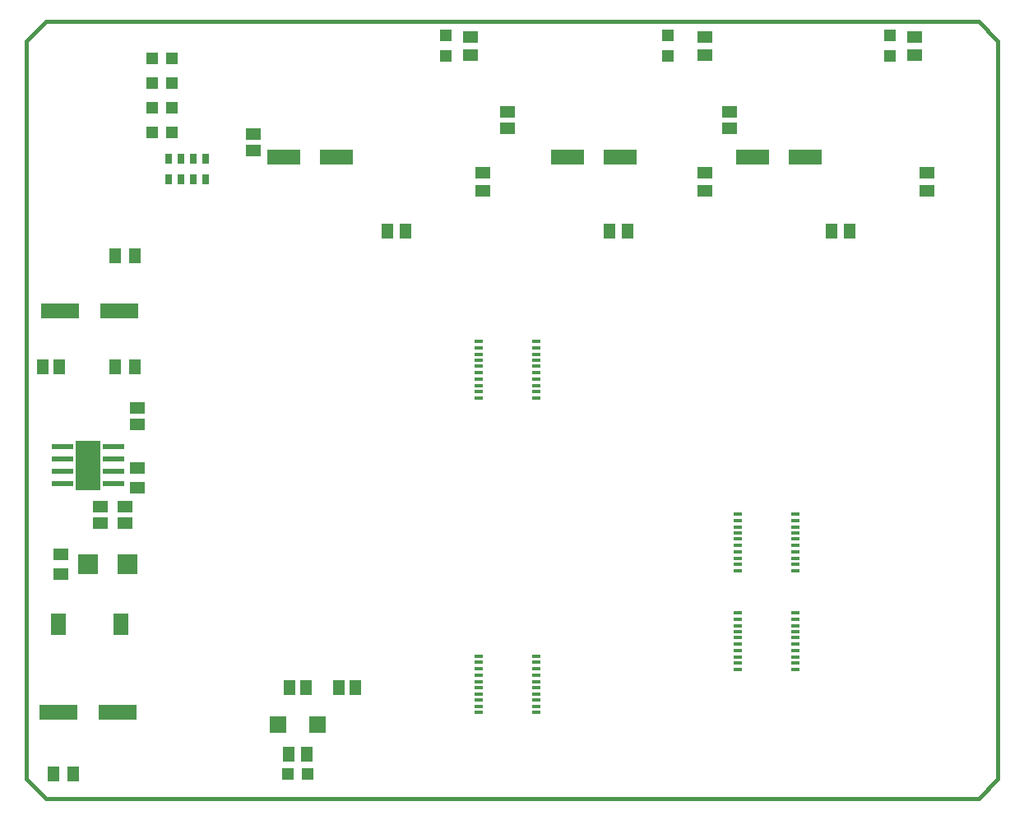
<source format=gtp>
G75*
%MOIN*%
%OFA0B0*%
%FSLAX24Y24*%
%IPPOS*%
%LPD*%
%AMOC8*
5,1,8,0,0,1.08239X$1,22.5*
%
%ADD10C,0.0160*%
%ADD11R,0.0472X0.0472*%
%ADD12R,0.0512X0.0591*%
%ADD13R,0.0591X0.0512*%
%ADD14R,0.1378X0.0630*%
%ADD15R,0.0295X0.0433*%
%ADD16R,0.0866X0.0236*%
%ADD17R,0.1000X0.2000*%
%ADD18R,0.0630X0.0512*%
%ADD19R,0.0512X0.0630*%
%ADD20R,0.1575X0.0630*%
%ADD21R,0.0630X0.0866*%
%ADD22R,0.0354X0.0138*%
%ADD23R,0.0787X0.0787*%
%ADD24R,0.0709X0.0669*%
D10*
X002180Y002467D02*
X002967Y001680D01*
X040763Y001680D01*
X041550Y002467D01*
X041550Y032389D01*
X040763Y033176D01*
X002967Y033176D01*
X002180Y032389D01*
X002180Y002467D01*
D11*
X012767Y002680D03*
X013593Y002680D03*
X008093Y028680D03*
X007267Y028680D03*
X007267Y029680D03*
X008093Y029680D03*
X008093Y030680D03*
X007267Y030680D03*
X007267Y031680D03*
X008093Y031680D03*
X019180Y031767D03*
X019180Y032593D03*
X028180Y032593D03*
X028180Y031767D03*
X037180Y031767D03*
X037180Y032593D03*
D12*
X035554Y024680D03*
X034806Y024680D03*
X026554Y024680D03*
X025806Y024680D03*
X017554Y024680D03*
X016806Y024680D03*
X003515Y019180D03*
X002845Y019180D03*
X012845Y006180D03*
X013515Y006180D03*
X014845Y006180D03*
X015515Y006180D03*
X013554Y003480D03*
X012806Y003480D03*
D13*
X006180Y012845D03*
X006180Y013515D03*
X005180Y013515D03*
X005180Y012845D03*
X006680Y016845D03*
X006680Y017515D03*
X011380Y027945D03*
X011380Y028615D03*
X020180Y031806D03*
X020180Y032554D03*
X021680Y029515D03*
X021680Y028845D03*
X020680Y027054D03*
X020680Y026306D03*
X029680Y026306D03*
X029680Y027054D03*
X030680Y028845D03*
X030680Y029515D03*
X029680Y031806D03*
X029680Y032554D03*
X038180Y032554D03*
X038180Y031806D03*
X038680Y027054D03*
X038680Y026306D03*
D14*
X033743Y027680D03*
X031617Y027680D03*
X026243Y027680D03*
X024117Y027680D03*
X014743Y027680D03*
X012617Y027680D03*
D15*
X009430Y027601D03*
X008930Y027601D03*
X008430Y027601D03*
X007930Y027601D03*
X007930Y026759D03*
X008430Y026759D03*
X008930Y026759D03*
X009430Y026759D03*
D16*
X005704Y015930D03*
X005704Y015430D03*
X005704Y014930D03*
X005704Y014430D03*
X003656Y014430D03*
X003656Y014930D03*
X003656Y015430D03*
X003656Y015930D03*
D17*
X004680Y015180D03*
D18*
X006680Y015074D03*
X006680Y014286D03*
X003580Y011574D03*
X003580Y010786D03*
D19*
X003286Y002680D03*
X004074Y002680D03*
X005786Y019180D03*
X006574Y019180D03*
X006574Y023680D03*
X005786Y023680D03*
D20*
X005932Y021444D03*
X003530Y021444D03*
X003479Y005180D03*
X005881Y005180D03*
D21*
X005999Y008731D03*
X003479Y008731D03*
D22*
X020528Y007448D03*
X020528Y007192D03*
X020528Y006936D03*
X020528Y006680D03*
X020528Y006424D03*
X020528Y006168D03*
X020528Y005912D03*
X020528Y005674D03*
X020528Y005418D03*
X020528Y005162D03*
X022832Y005162D03*
X022832Y005418D03*
X022832Y005674D03*
X022832Y005912D03*
X022832Y006168D03*
X022832Y006424D03*
X022832Y006680D03*
X022832Y006936D03*
X022832Y007192D03*
X022832Y007448D03*
X031028Y007424D03*
X031028Y007168D03*
X031028Y006912D03*
X031028Y007680D03*
X031028Y007936D03*
X031028Y008192D03*
X031028Y008448D03*
X031028Y008686D03*
X031028Y008942D03*
X031028Y009198D03*
X031028Y010912D03*
X031028Y011168D03*
X031028Y011424D03*
X031028Y011680D03*
X031028Y011936D03*
X031028Y012192D03*
X031028Y012448D03*
X031028Y012686D03*
X031028Y012942D03*
X031028Y013198D03*
X033332Y013198D03*
X033332Y012942D03*
X033332Y012686D03*
X033332Y012448D03*
X033332Y012192D03*
X033332Y011936D03*
X033332Y011680D03*
X033332Y011424D03*
X033332Y011168D03*
X033332Y010912D03*
X033332Y009198D03*
X033332Y008942D03*
X033332Y008686D03*
X033332Y008448D03*
X033332Y008192D03*
X033332Y007936D03*
X033332Y007680D03*
X033332Y007424D03*
X033332Y007168D03*
X033332Y006912D03*
X022832Y017912D03*
X022832Y018168D03*
X022832Y018424D03*
X022832Y018680D03*
X022832Y018936D03*
X022832Y019192D03*
X022832Y019448D03*
X022832Y019686D03*
X022832Y019942D03*
X022832Y020198D03*
X020528Y020198D03*
X020528Y019942D03*
X020528Y019686D03*
X020528Y019448D03*
X020528Y019192D03*
X020528Y018936D03*
X020528Y018680D03*
X020528Y018424D03*
X020528Y018168D03*
X020528Y017912D03*
D23*
X006267Y011180D03*
X004693Y011180D03*
D24*
X012373Y004680D03*
X013987Y004680D03*
M02*

</source>
